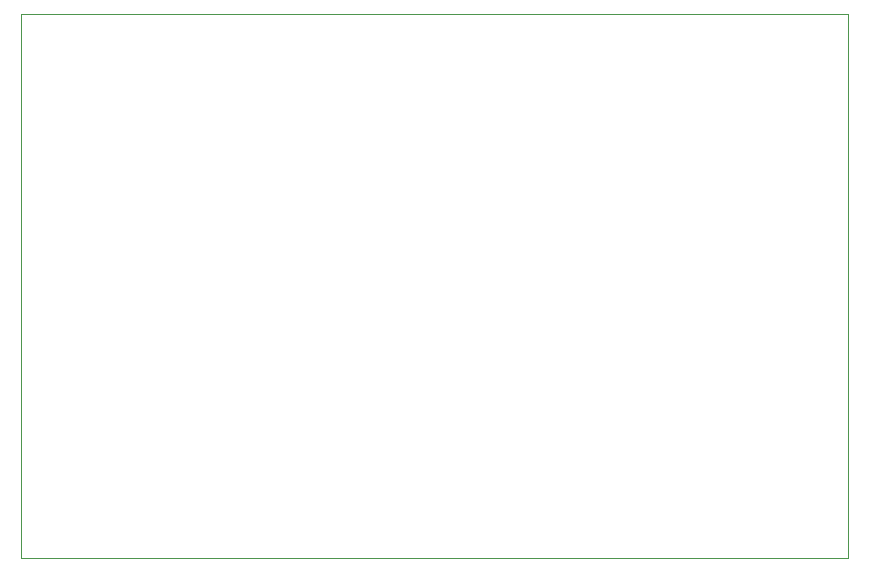
<source format=gbr>
G04 #@! TF.GenerationSoftware,KiCad,Pcbnew,(6.0.5)*
G04 #@! TF.CreationDate,2022-05-10T18:56:39+02:00*
G04 #@! TF.ProjectId,PCB_potencjometry_SN1533,5043425f-706f-4746-956e-636a6f6d6574,rev?*
G04 #@! TF.SameCoordinates,Original*
G04 #@! TF.FileFunction,Profile,NP*
%FSLAX46Y46*%
G04 Gerber Fmt 4.6, Leading zero omitted, Abs format (unit mm)*
G04 Created by KiCad (PCBNEW (6.0.5)) date 2022-05-10 18:56:39*
%MOMM*%
%LPD*%
G01*
G04 APERTURE LIST*
G04 #@! TA.AperFunction,Profile*
%ADD10C,0.100000*%
G04 #@! TD*
G04 APERTURE END LIST*
D10*
X117200000Y-77300000D02*
X187200000Y-77300000D01*
X187200000Y-77300000D02*
X187200000Y-123300000D01*
X187200000Y-123300000D02*
X117200000Y-123300000D01*
X117200000Y-123300000D02*
X117200000Y-77300000D01*
M02*

</source>
